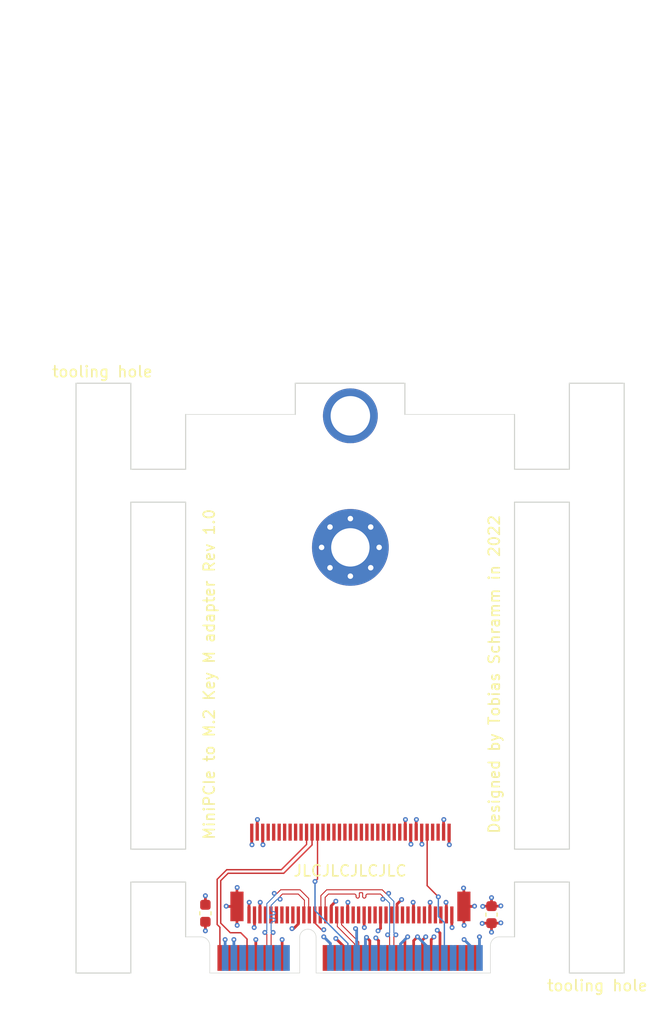
<source format=kicad_pcb>
(kicad_pcb (version 20211014) (generator pcbnew)
  (layers (0 "F.Cu" signal) (1 "In1.Cu" signal) (2 "In2.Cu" signal) (31 "B.Cu" signal) (34 "B.Paste" user) (35 "F.Paste" user) (36 "B.SilkS" user "B.Silkscreen") (37 "F.SilkS" user "F.Silkscreen") (38 "B.Mask" user) (39 "F.Mask" user) (44 "Edge.Cuts" user))
  (net 0 "")
  (net 1 "GND")
  (net 3 "/RX-")
  (net 4 "/RX+")
  (net 5 "/TX-")
  (net 6 "/TX+")
  (net 7 "+3V3")
  (net 12 "/CLK+")
  (net 13 "/CLK-")
  (net 14 "/~{REQ}")
  (net 17 "/~{WAKE}")
  (net 20 "/~{RST}")
  (net 27 "/~{LED}")
  (footprint "Perforation:Perforation_0.4mm" (layer "F.Cu") (at 48.85 70.55)
    (fp_text reference "H6" hide)
    (fp_text value "Perforation" hide)
    (pad "" np_thru_hole circle locked (at 0 0) (size 0.4 0.4) (drill 0.4) (layers *.Cu *.Mask))
  )
  (footprint "Perforation:Perforation_0.4mm" (layer "F.Cu") (at 48.85 71.25)
    (fp_text reference "H7" hide)
    (fp_text value "Perforation" hide)
    (pad "" np_thru_hole circle locked (at 0 0) (size 0.4 0.4) (drill 0.4) (layers *.Cu *.Mask))
  )
  (footprint "Perforation:Perforation_0.4mm" (layer "F.Cu") (at 78.85 36.6)
    (fp_text reference "H19" hide)
    (fp_text value "Perforation" hide)
    (pad "" np_thru_hole circle locked (at 0 0) (size 0.4 0.4) (drill 0.4) (layers *.Cu *.Mask))
  )
  (footprint "mpcie:mini-PCIe_F1_Full" (layer "F.Cu") (at 60 80)
    (fp_text reference "J1" hide)
    (fp_text value "miniPCIe")
    (fp_line (start -8.95 0) (end -8.95 -2.5) (layer "Edge.Cuts") (width 0.05))
    (fp_line (start 8.85 -50.95) (end 18.85 -50.95) (layer "Edge.Cuts") (width 0.05))
    (fp_line (start -11.15 -3.3) (end -9.75 -3.3) (layer "Edge.Cuts") (width 0.05))
    (fp_line (start 0.75 0) (end 0.75 -3.25) (layer "Edge.Cuts") (width 0.05))
    (fp_line (start 0.75 0) (end 16.65 0) (layer "Edge.Cuts") (width 0.05))
    (fp_line (start -11.15 -50.95) (end -1.15 -50.95) (layer "Edge.Cuts") (width 0.05))
    (fp_line (start 17.45 -3.3) (end 18.85 -3.3) (layer "Edge.Cuts") (width 0.05))
    (fp_line (start 16.65 0) (end 16.65 -2.5) (layer "Edge.Cuts") (width 0.05))
    (fp_line (start -0.75 0) (end -8.95 0) (layer "Edge.Cuts") (width 0.05))
    (fp_line (start -0.75 0) (end -0.75 -3.25) (layer "Edge.Cuts") (width 0.05))
    (fp_arc (start -0.75 -3.25) (mid 0 -4) (end 0.75 -3.25) (layer "Edge.Cuts") (width 0.05))
    (fp_arc (start -9.75 -3.3) (mid -9.184315 -3.065685) (end -8.95 -2.5) (layer "Edge.Cuts") (width 0.05))
    (fp_arc (start 16.65 -2.5) (mid 16.884315 -3.065685) (end 17.45 -3.3) (layer "Edge.Cuts") (width 0.05))
    (pad "" np_thru_hole circle (at 15.95 -48.05) (size 2.6 2.6) (drill 2.6) (layers *.Cu))
    (pad "" np_thru_hole circle (at -8.25 -48.05) (size 2.6 2.6) (drill 2.6) (layers *.Cu))
    (pad "1" smd rect (at -7.95 -1.375) (size 0.6 2.35) (layers "F.Cu" "F.Mask") (net 17 "/~{WAKE}"))
    (pad "2" smd rect (at -7.55 -1.375) (size 0.6 2.35) (layers "B.Cu" "B.Mask") (net 7 "+3V3"))
    (pad "3" smd rect (at -7.15 -1.375) (size 0.6 2.35) (layers "F.Cu" "F.Mask"))
    (pad "4" smd rect (at -6.75 -1.375) (size 0.6 2.35) (layers "B.Cu" "B.Mask") (net 1 "GND"))
    (pad "5" smd rect (at -6.35 -1.375) (size 0.6 2.35) (layers "F.Cu" "F.Mask"))
    (pad "6" smd rect (at -5.95 -1.375) (size 0.6 2.35) (layers "B.Cu" "B.Mask"))
    (pad "7" smd rect (at -5.55 -1.375) (size 0.6 2.35) (layers "F.Cu" "F.Mask") (net 14 "/~{REQ}"))
    (pad "8" smd rect (at -5.15 -1.375) (size 0.6 2.35) (layers "B.Cu" "B.Mask"))
    (pad "9" smd rect (at -4.75 -1.375) (size 0.6 2.35) (layers "F.Cu" "F.Mask") (net 1 "GND"))
    (pad "10" smd rect (at -4.35 -1.375) (size 0.6 2.35) (layers "B.Cu" "B.Mask"))
    (pad "11" smd rect (at -3.95 -1.375) (size 0.6 2.35) (layers "F.Cu" "F.Mask") (net 13 "/CLK-"))
    (pad "12" smd rect (at -3.55 -1.375) (size 0.6 2.35) (layers "B.Cu" "B.Mask"))
    (pad "13" smd rect (at -3.15 -1.375) (size 0.6 2.35) (layers "F.Cu" "F.Mask") (net 12 "/CLK+"))
    (pad "14" smd rect (at -2.75 -1.375) (size 0.6 2.35) (layers "B.Cu" "B.Mask"))
    (pad "15" smd rect (at -2.35 -1.375) (size 0.6 2.35) (layers "F.Cu" "F.Mask") (net 1 "GND"))
    (pad "16" smd rect (at -1.95 -1.375) (size 0.6 2.35) (layers "B.Cu" "B.Mask"))
    (pad "17" smd rect (at 1.65 -1.375) (size 0.6 2.35) (layers "F.Cu" "F.Mask"))
    (pad "18" smd rect (at 2.05 -1.375) (size 0.6 2.35) (layers "B.Cu" "B.Mask") (net 1 "GND"))
    (pad "19" smd rect (at 2.45 -1.375) (size 0.6 2.35) (layers "F.Cu" "F.Mask"))
    (pad "20" smd rect (at 2.85 -1.375) (size 0.6 2.35) (layers "B.Cu" "B.Mask"))
    (pad "21" smd rect (at 3.25 -1.375) (size 0.6 2.35) (layers "F.Cu" "F.Mask") (net 1 "GND"))
    (pad "22" smd rect (at 3.65 -1.375) (size 0.6 2.35) (layers "B.Cu" "B.Mask") (net 20 "/~{RST}"))
    (pad "23" smd rect (at 4.05 -1.375) (size 0.6 2.35) (layers "F.Cu" "F.Mask") (net 3 "/RX-"))
    (pad "24" smd rect (at 4.45 -1.375) (size 0.6 2.35) (layers "B.Cu" "B.Mask") (net 7 "+3V3"))
    (pad "25" smd rect (at 4.85 -1.375) (size 0.6 2.35) (layers "F.Cu" "F.Mask") (net 4 "/RX+"))
    (pad "26" smd rect (at 5.25 -1.375) (size 0.6 2.35) (layers "B.Cu" "B.Mask") (net 1 "GND"))
    (pad "27" smd rect (at 5.65 -1.375) (size 0.6 2.35) (layers "F.Cu" "F.Mask") (net 1 "GND"))
    (pad "28" smd rect (at 6.05 -1.375) (size 0.6 2.35) (layers "B.Cu" "B.Mask"))
    (pad "29" smd rect (at 6.45 -1.375) (size 0.6 2.35) (layers "F.Cu" "F.Mask") (net 1 "GND"))
    (pad "30" smd rect (at 6.85 -1.375) (size 0.6 2.35) (layers "B.Cu" "B.Mask"))
    (pad "31" smd rect (at 7.25 -1.375) (size 0.6 2.35) (layers "F.Cu" "F.Mask") (net 5 "/TX-"))
    (pad "32" smd rect (at 7.65 -1.375) (size 0.6 2.35) (layers "B.Cu" "B.Mask"))
    (pad "33" smd rect (at 8.05 -1.375) (size 0.6 2.35) (layers "F.Cu" "F.Mask") (net 6 "/TX+"))
    (pad "34" smd rect (at 8.45 -1.375) (size 0.6 2.35) (layers "B.Cu" "B.Mask") (net 1 "GND"))
    (pad "35" smd rect (at 8.85 -1.375) (size 0.6 2.35) (layers "F.Cu" "F.Mask") (net 1 "GND"))
    (pad "36" smd rect (at 9.25 -1.375) (size 0.6 2.35) (layers "B.Cu" "B.Mask"))
    (pad "37" smd rect (at 9.65 -1.375) (size 0.6 2.35) (layers "F.Cu" "F.Mask") (net 1 "GND"))
    (pad "38" smd rect (at 10.05 -1.375) (size 0.6 2.35) (layers "B.Cu" "B.Mask"))
    (pad "39" smd rect (at 10.45 -1.375) (size 0.6 2.35) (layers "F.Cu" "F.Mask") (net 7 "+3V3"))
    (pad "40" smd rect (at 10.85 -1.375) (size 0.6 2.35) (layers "B.Cu" "B.Mask") (net 1 "GND"))
    (pad "41" smd rect (at 11.25 -1.375) (size 0.6 2.35) (layers "F.Cu" "F.Mask") (net 7 "+3V3"))
    (pad "42" smd rect (at 11.65 -1.375) (size 0.6 2.35) (layers "B.Cu" "B.Mask"))
    (pad "43" smd rect (at 12.05 -1.375) (size 0.6 2.35) (layers "F.Cu" "F.Mask") (net 1 "GND"))
    (pad "44" smd rect (at 12.45 -1.375) (size 0.6 2.35) (layers "B.Cu" "B.Mask") (net 27 "/~{LED}"))
    (pad "45" smd rect (at 12.85 -1.375) (size 0.6 2.35) (layers "F.Cu" "F.Mask"))
    (pad "46" smd rect (at 13.25 -1.375) (size 0.6 2.35) (layers "B.Cu" "B.Mask"))
    (pad "47" smd rect (at 13.65 -1.375) (size 0.6 2.35) (layers "F.Cu" "F.Mask"))
    (pad "48" smd rect (at 14.05 -1.375) (size 0.6 2.35) (layers "B.Cu" "B.Mask"))
    (pad "49" smd rect (at 14.45 -1.375) (size 0.6 2.35) (layers "F.Cu" "F.Mask"))
    (pad "50" smd rect (at 14.85 -1.375) (size 0.6 2.35) (layers "B.Cu" "B.Mask") (net 1 "GND"))
    (pad "51" smd rect (at 15.25 -1.375) (size 0.6 2.35) (layers "F.Cu" "F.Mask"))
    (pad "52" smd rect (at 15.65 -1.375) (size 0.6 2.35) (layers "B.Cu" "B.Mask") (net 7 "+3V3"))
  )
  (footprint "Perforation:Perforation_0.4mm" (layer "F.Cu") (at 78.85 71.25)
    (fp_text reference "H11" hide)
    (fp_text value "Perforation" hide)
    (pad "" np_thru_hole circle locked (at 0 0) (size 0.4 0.4) (drill 0.4) (layers *.Cu *.Mask))
  )
  (footprint "amphenol-m.2:MDTXXXXXX001" (layer "F.Cu") (at 63.88 69.425 180)
    (fp_text reference "J2" hide)
    (fp_text value "Bus_M.2_Socket_M")
    (pad "" np_thru_hole circle locked (at 10 0 180) (size 1.6 1.6) (drill 1.6) (layers *.Cu *.Mask))
    (pad "" np_thru_hole circle locked (at -10 0 180) (size 1.1 1.1) (drill 1.1) (layers *.Cu *.Mask))
    (pad "1" smd rect locked (at -9.25 -5.275 180) (size 0.3 1.55) (layers "F.Cu" "F.Paste" "F.Mask") (net 1 "GND"))
    (pad "2" smd rect locked (at -9 2.275 180) (size 0.3 1.55) (layers "F.Cu" "F.Paste" "F.Mask") (net 7 "+3V3"))
    (pad "3" smd rect locked (at -8.75 -5.275 180) (size 0.3 1.55) (layers "F.Cu" "F.Paste" "F.Mask") (net 1 "GND"))
    (pad "4" smd rect locked (at -8.5 2.275 180) (size 0.3 1.55) (layers "F.Cu" "F.Paste" "F.Mask") (net 7 "+3V3"))
    (pad "5" smd rect locked (at -8.25 -5.275 180) (size 0.3 1.55) (layers "F.Cu" "F.Paste" "F.Mask"))
    (pad "6" smd rect locked (at -8 2.275 180) (size 0.3 1.55) (layers "F.Cu" "F.Paste" "F.Mask"))
    (pad "7" smd rect locked (at -7.75 -5.275 180) (size 0.3 1.55) (layers "F.Cu" "F.Paste" "F.Mask"))
    (pad "8" smd rect locked (at -7.5 2.275 180) (size 0.3 1.55) (layers "F.Cu" "F.Paste" "F.Mask"))
    (pad "9" smd rect locked (at -7.25 -5.275 180) (size 0.3 1.55) (layers "F.Cu" "F.Paste" "F.Mask") (net 1 "GND"))
    (pad "10" smd rect locked (at -7 2.275 180) (size 0.3 1.55) (layers "F.Cu" "F.Paste" "F.Mask") (net 27 "/~{LED}"))
    (pad "11" smd rect locked (at -6.75 -5.275 180) (size 0.3 1.55) (layers "F.Cu" "F.Paste" "F.Mask"))
    (pad "12" smd rect locked (at -6.5 2.275 180) (size 0.3 1.55) (layers "F.Cu" "F.Paste" "F.Mask") (net 7 "+3V3"))
    (pad "13" smd rect locked (at -6.25 -5.275 180) (size 0.3 1.55) (layers "F.Cu" "F.Paste" "F.Mask"))
    (pad "14" smd rect locked (at -6 2.275 180) (size 0.3 1.55) (layers "F.Cu" "F.Paste" "F.Mask") (net 7 "+3V3"))
    (pad "15" smd rect locked (at -5.75 -5.275 180) (size 0.3 1.55) (layers "F.Cu" "F.Paste" "F.Mask") (net 1 "GND"))
    (pad "16" smd rect locked (at -5.5 2.275 180) (size 0.3 1.55) (layers "F.Cu" "F.Paste" "F.Mask") (net 7 "+3V3"))
    (pad "17" smd rect locked (at -5.25 -5.275 180) (size 0.3 1.55) (layers "F.Cu" "F.Paste" "F.Mask"))
    (pad "18" smd rect locked (at -5 2.275 180) (size 0.3 1.55) (layers "F.Cu" "F.Paste" "F.Mask") (net 7 "+3V3"))
    (pad "19" smd rect locked (at -4.75 -5.275 180) (size 0.3 1.55) (layers "F.Cu" "F.Paste" "F.Mask"))
    (pad "20" smd rect locked (at -4.5 2.275 180) (size 0.3 1.55) (layers "F.Cu" "F.Paste" "F.Mask"))
    (pad "21" smd rect locked (at -4.25 -5.275 180) (size 0.3 1.55) (layers "F.Cu" "F.Paste" "F.Mask") (net 1 "GND"))
    (pad "22" smd rect locked (at -4 2.275 180) (size 0.3 1.55) (layers "F.Cu" "F.Paste" "F.Mask"))
    (pad "23" smd rect locked (at -3.75 -5.275 180) (size 0.3 1.55) (layers "F.Cu" "F.Paste" "F.Mask"))
    (pad "24" smd rect locked (at -3.5 2.275 180) (size 0.3 1.55) (layers "F.Cu" "F.Paste" "F.Mask"))
    (pad "25" smd rect locked (at -3.25 -5.275 180) (size 0.3 1.55) (layers "F.Cu" "F.Paste" "F.Mask"))
    (pad "26" smd rect locked (at -3 2.275 180) (size 0.3 1.55) (layers "F.Cu" "F.Paste" "F.Mask"))
    (pad "27" smd rect locked (at -2.75 -5.275 180) (size 0.3 1.55) (layers "F.Cu" "F.Paste" "F.Mask") (net 1 "GND"))
    (pad "28" smd rect locked (at -2.5 2.275 180) (size 0.3 1.55) (layers "F.Cu" "F.Paste" "F.Mask"))
    (pad "29" smd rect locked (at -2.25 -5.275 180) (size 0.3 1.55) (layers "F.Cu" "F.Paste" "F.Mask"))
    (pad "30" smd rect locked (at -2 2.275 180) (size 0.3 1.55) (layers "F.Cu" "F.Paste" "F.Mask"))
    (pad "31" smd rect locked (at -1.75 -5.275 180) (size 0.3 1.55) (layers "F.Cu" "F.Paste" "F.Mask"))
    (pad "32" smd rect locked (at -1.5 2.275 180) (size 0.3 1.55) (layers "F.Cu" "F.Paste" "F.Mask"))
    (pad "33" smd rect locked (at -1.25 -5.275 180) (size 0.3 1.55) (layers "F.Cu" "F.Paste" "F.Mask") (net 1 "GND"))
    (pad "34" smd rect locked (at -1 2.275 180) (size 0.3 1.55) (layers "F.Cu" "F.Paste" "F.Mask"))
    (pad "35" smd rect locked (at -0.75 -5.275 180) (size 0.3 1.55) (layers "F.Cu" "F.Paste" "F.Mask"))
    (pad "36" smd rect locked (at -0.5 2.275 180) (size 0.3 1.55) (layers "F.Cu" "F.Paste" "F.Mask"))
    (pad "37" smd rect locked (at -0.25 -5.275 180) (size 0.3 1.55) (layers "F.Cu" "F.Paste" "F.Mask"))
    (pad "38" smd rect locked (at 0 2.275 180) (size 0.3 1.55) (layers "F.Cu" "F.Paste" "F.Mask"))
    (pad "39" smd rect locked (at 0.25 -5.275 180) (size 0.3 1.55) (layers "F.Cu" "F.Paste" "F.Mask") (net 1 "GND"))
    (pad "40" smd rect locked (at 0.5 2.275 180) (size 0.3 1.55) (layers "F.Cu" "F.Paste" "F.Mask"))
    (pad "41" smd rect locked (at 0.75 -5.275 180) (size 0.3 1.55) (layers "F.Cu" "F.Paste" "F.Mask") (net 4 "/RX+"))
    (pad "42" smd rect locked (at 1 2.275 180) (size 0.3 1.55) (layers "F.Cu" "F.Paste" "F.Mask"))
    (pad "43" smd rect locked (at 1.25 -5.275 180) (size 0.3 1.55) (layers "F.Cu" "F.Paste" "F.Mask") (net 3 "/RX-"))
    (pad "44" smd rect locked (at 1.5 2.275 180) (size 0.3 1.55) (layers "F.Cu" "F.Paste" "F.Mask"))
    (pad "45" smd rect locked (at 1.75 -5.275 180) (size 0.3 1.55) (layers "F.Cu" "F.Paste" "F.Mask") (net 1 "GND"))
    (pad "46" smd rect locked (at 2 2.275 180) (size 0.3 1.55) (layers "F.Cu" "F.Paste" "F.Mask"))
    (pad "47" smd rect locked (at 2.25 -5.275 180) (size 0.3 1.55) (layers "F.Cu" "F.Paste" "F.Mask") (net 5 "/TX-"))
    (pad "48" smd rect locked (at 2.5 2.275 180) (size 0.3 1.55) (layers "F.Cu" "F.Paste" "F.Mask"))
    (pad "49" smd rect locked (at 2.75 -5.275 180) (size 0.3 1.55) (layers "F.Cu" "F.Paste" "F.Mask") (net 6 "/TX+"))
    (pad "50" smd rect locked (at 3 2.275 180) (size 0.3 1.55) (layers "F.Cu" "F.Paste" "F.Mask") (net 20 "/~{RST}"))
    (pad "51" smd rect locked (at 3.25 -5.275 180) (size 0.3 1.55) (layers "F.Cu" "F.Paste" "F.Mask") (net 1 "GND"))
    (pad "52" smd rect locked (at 3.5 2.275 180) (size 0.3 1.55) (layers "F.Cu" "F.Paste" "F.Mask") (net 14 "/~{REQ}"))
    (pad "53" smd rect locked (at 3.75 -5.275 180) (size 0.3 1.55) (layers "F.Cu" "F.Paste" "F.Mask") (net 13 "/CLK-"))
    (pad "54" smd rect locked (at 4 2.275 180) (size 0.3 1.55) (layers "F.Cu" "F.Paste" "F.Mask") (net 17 "/~{WAKE}"))
    (pad "55" smd rect locked (at 4.25 -5.275 180) (size 0.3 1.55) (layers "F.Cu" "F.Paste" "F.Mask") (net 12 "/CLK+"))
    (pad "56" smd rect locked (at 4.5 2.275 180) (size 0.3 1.55) (layers "F.Cu" "F.Paste" "F.Mask"))
    (pad "57" smd rect locked (at 4.75 -5.275 180) (size 0.3 1.55) (layers "F.Cu" "F.Paste" "F.Mask") (net 1 "GND"))
    (pad "58" smd rect locked (at 5 2.275 180) (size 0.3 1.55) (layers "F.Cu" "F.Paste" "F.Mask"))
    (pad "59" smd rect locked (at 5.25 -5.275 180) (size 0.3 1.55) (layers "F.Cu" "F.Paste" "F.Mask"))
    (pad "60" smd rect locked (at 5.5 2.275 180) (size 0.3 1.55) (layers "F.Cu" "F.Paste" "F.Mask"))
    (pad "61" smd rect locked (at 5.75 -5.275 180) (size 0.3 1.55) (layers "F.Cu" "F.Paste" "F.Mask"))
    (pad "62" smd rect locked (at 6 2.275 180) (size 0.3 1.55) (layers "F.Cu" "F.Paste" "F.Mask"))
    (pad "63" smd rect locked (at 6.25 -5.275 180) (size 0.3 1.55) (layers "F.Cu" "F.Paste" "F.Mask"))
    (pad "64" smd rect locked (at 6.5 2.275 180) (size 0.3 1.55) (layers "F.Cu" "F.Paste" "F.Mask"))
    (pad "65" smd rect locked (at 6.75 -5.275 180) (size 0.3 1.55) (layers "F.Cu" "F.Paste" "F.Mask"))
    (pad "66" smd rect locked (at 7 2.275 180) (size 0.3 1.55) (layers "F.Cu" "F.Paste" "F.Mask"))
    (pad "67" smd rect locked (at 7.25 -5.275 180) (size 0.3 1.55) (layers "F.Cu" "F.Paste" "F.Mask"))
    (pad "68" smd rect locked (at 7.5 2.275 180) (size 0.3 1.55) (layers "F.Cu" "F.Paste" "F.Mask"))
    (pad "69" smd rect locked (at 7.75 -5.275 180) (size 0.3 1.55) (layers "F.Cu" "F.Paste" "F.Mask"))
    (pad "70" smd rect locked (at 8 2.275 180) (size 0.3 1.55) (layers "F.Cu" "F.Paste" "F.Mask") (net 7 "+3V3"))
    (pad "71" smd rect locked (at 8.25 -5.275 180) (size 0.3 1.55) (layers "F.Cu" "F.Paste" "F.Mask") (net 1 "GND"))
    (pad "72" smd rect locked (at 8.5 2.275 180) (size 0.3 1.55) (layers "F.Cu" "F.Paste" "F.Mask") (net 7 "+3V3"))
    (pad "73" smd rect locked (at 8.75 -5.275 180) (size 0.3 1.55) (layers "F.Cu" "F.Paste" "F.Mask") (net 1 "GND"))
    (pad "74" smd rect locked (at 9 2.275 180) (size 0.3 1.55) (layers "F.Cu" "F.Paste" "F.Mask") (net 7 "+3V3"))
    (pad "75" smd rect locked (at 9.25 -5.275 180) (size 0.3 1.55) (layers "F.Cu" "F.Paste" "F.Mask") (net 1 "GND"))
    (pad "MP" smd rect locked (at 10.35 -4.5 180) (size 1.2 2.7) (layers "F.Cu" "F.Paste" "F.Mask") (net 1 "GND"))
    (pad "MP" smd rect locked (at -10.35 -4.5 180) (size 1.2 2.7) (layers "F.Cu" "F.Paste" "F.Mask") (net 1 "GND"))
  )
  (footprint "Perforation:Perforation_0.4mm" (layer "F.Cu") (at 78.85 35.9)
    (fp_text reference "H16" hide)
    (fp_text value "Perforation" hide)
    (pad "" np_thru_hole circle locked (at 0 0) (size 0.4 0.4) (drill 0.4) (layers *.Cu *.Mask))
  )
  (footprint "Perforation:Perforation_0.4mm" (layer "F.Cu") (at 48.85 35.9)
    (fp_text reference "H14" hide)
    (fp_text value "Perforation" hide)
    (pad "" np_thru_hole circle locked (at 0 0) (size 0.4 0.4) (drill 0.4) (layers *.Cu *.Mask))
  )
  (footprint "Perforation:Perforation_0.4mm" (layer "F.Cu") (at 78.85 69.85)
    (fp_text reference "H18" hide)
    (fp_text value "Perforation" hide)
    (pad "" np_thru_hole circle locked (at 0 0) (size 0.4 0.4) (drill 0.4) (layers *.Cu *.Mask))
  )
  (footprint "Capacitor_SMD:C_0603_1608Metric" (layer "F.Cu") (at 76.75 74.675 90)
    (fp_text reference "C2" hide)
    (fp_text value "22uF")
    (fp_line (start -0.14058 0.51) (end 0.14058 0.51) (layer "F.SilkS") (width 0.12))
    (fp_line (start -0.14058 -0.51) (end 0.14058 -0.51) (layer "F.SilkS") (width 0.12))
    (pad "1" smd roundrect (at -0.775 0 90) (size 0.9 0.95) (layers "F.Cu" "F.Paste" "F.Mask") (net 7 "+3V3"))
    (pad "2" smd roundrect (at 0.775 0 90) (size 0.9 0.95) (layers "F.Cu" "F.Paste" "F.Mask") (net 1 "GND"))
  )
  (footprint "MountingHole_small:MountingHole_3.6mm_small" (layer "F.Cu") (at 63.875 29.175)
    (fp_text reference "H1" hide)
    (fp_text value "MountingHole_Pad")
    (pad "1" thru_hole circle (at 0 0) (size 5 5) (drill 3.6) (layers *.Cu *.Mask) (net 1 "GND"))
  )
  (footprint "Perforation:Perforation_0.4mm" (layer "F.Cu") (at 48.85 34.5)
    (fp_text reference "H17" hide)
    (fp_text value "Perforation" hide)
    (pad "" np_thru_hole circle locked (at 0 0) (size 0.4 0.4) (drill 0.4) (layers *.Cu *.Mask))
  )
  (footprint "Capacitor_SMD:C_0603_1608Metric" (layer "F.Cu") (at 50.65 74.55 90)
    (fp_text reference "C1" hide)
    (fp_text value "22uF")
    (fp_line (start -0.14058 0.51) (end 0.14058 0.51) (layer "F.SilkS") (width 0.12))
    (fp_line (start -0.14058 -0.51) (end 0.14058 -0.51) (layer "F.SilkS") (width 0.12))
    (pad "1" smd roundrect (at -0.775 0 90) (size 0.9 0.95) (layers "F.Cu" "F.Paste" "F.Mask") (net 7 "+3V3"))
    (pad "2" smd roundrect (at 0.775 0 90) (size 0.9 0.95) (layers "F.Cu" "F.Paste" "F.Mask") (net 1 "GND"))
  )
  (footprint "ToolingHole:ToolingHole_JLCSMT" (layer "F.Cu") (at 86.4 77.75)
    (fp_text reference "H3" hide)
    (fp_text value "MountingHole")
    (fp_text user "tooling hole" (at 0 3.399084) (layer "F.SilkS"))
    (pad "" np_thru_hole circle locked (at 0 0) (size 1.152 1.152) (drill 1.152) (layers *.Cu *.Mask))
  )
  (footprint "ToolingHole:ToolingHole_JLCSMT" (layer "F.Cu") (at 41.25 28.35)
    (fp_text reference "H2" hide)
    (fp_text value "MountingHole")
    (fp_text user "tooling hole" (at 0 -3.2) (layer "F.SilkS"))
    (pad "" np_thru_hole circle locked (at 0 0) (size 1.152 1.152) (drill 1.152) (layers *.Cu *.Mask))
  )
  (footprint "Perforation:Perforation_0.4mm" (layer "F.Cu") (at 78.85 34.5)
    (fp_text reference "H15" hide)
    (fp_text value "Perforation" hide)
    (pad "" np_thru_hole circle locked (at 0 0) (size 0.4 0.4) (drill 0.4) (layers *.Cu *.Mask))
  )
  (footprint "Perforation:Perforation_0.4mm" (layer "F.Cu") (at 78.85 70.55)
    (fp_text reference "H5" hide)
    (fp_text value "Perforation" hide)
    (pad "" np_thru_hole circle locked (at 0 0) (size 0.4 0.4) (drill 0.4) (layers *.Cu *.Mask))
  )
  (footprint "Perforation:Perforation_0.4mm" (layer "F.Cu") (at 78.85 35.2)
    (fp_text reference "H8" hide)
    (fp_text value "Perforation" hide)
    (pad "" np_thru_hole circle locked (at 0 0) (size 0.4 0.4) (drill 0.4) (layers *.Cu *.Mask))
  )
  (footprint "Perforation:Perforation_0.4mm" (layer "F.Cu") (at 78.85 69.15)
    (fp_text reference "H10" hide)
    (fp_text value "Perforation" hide)
    (pad "" np_thru_hole circle locked (at 0 0) (size 0.4 0.4) (drill 0.4) (layers *.Cu *.Mask))
  )
  (footprint "Perforation:Perforation_0.4mm" (layer "F.Cu") (at 48.85 69.15)
    (fp_text reference "H20" hide)
    (fp_text value "Perforation" hide)
    (pad "" np_thru_hole circle locked (at 0 0) (size 0.4 0.4) (drill 0.4) (layers *.Cu *.Mask))
  )
  (footprint "Perforation:Perforation_0.4mm" (layer "F.Cu") (at 48.85 36.6)
    (fp_text reference "H9" hide)
    (fp_text value "Perforation" hide)
    (pad "" np_thru_hole circle locked (at 0 0) (size 0.4 0.4) (drill 0.4) (layers *.Cu *.Mask))
  )
  (footprint "MountingHole:MountingHole_3.5mm_Pad_Via" (layer "F.Cu") (at 63.875 41.175)
    (fp_text reference "H4" hide)
    (fp_text value "MountingHole_Pad")
    (pad "1" thru_hole circle (at 2.625 0) (size 0.8 0.8) (drill 0.5) (layers *.Cu *.Mask) (net 1 "GND"))
    (pad "1" thru_hole circle (at 0 -2.625) (size 0.8 0.8) (drill 0.5) (layers *.Cu *.Mask) (net 1 "GND"))
    (pad "1" thru_hole circle (at -1.856155 1.856155) (size 0.8 0.8) (drill 0.5) (layers *.Cu *.Mask) (net 1 "GND"))
    (pad "1" thru_hole circle (at 1.856155 -1.856155) (size 0.8 0.8) (drill 0.5) (layers *.Cu *.Mask) (net 1 "GND"))
    (pad "1" thru_hole circle (at -1.856155 -1.856155) (size 0.8 0.8) (drill 0.5) (layers *.Cu *.Mask) (net 1 "GND"))
    (pad "1" thru_hole circle (at -2.625 0) (size 0.8 0.8) (drill 0.5) (layers *.Cu *.Mask) (net 1 "GND"))
    (pad "1" thru_hole circle (at 1.856155 1.856155) (size 0.8 0.8) (drill 0.5) (layers *.Cu *.Mask) (net 1 "GND"))
    (pad "1" thru_hole circle (at 0 0) (size 7 7) (drill 3.5) (layers *.Cu *.Mask) (net 1 "GND"))
    (pad "1" thru_hole circle (at 0 2.625) (size 0.8 0.8) (drill 0.5) (layers *.Cu *.Mask) (net 1 "GND"))
  )
  (footprint "Perforation:Perforation_0.4mm" (layer "F.Cu") (at 48.85 35.2)
    (fp_text reference "H13" hide)
    (fp_text value "Perforation" hide)
    (pad "" np_thru_hole circle locked (at 0 0) (size 0.4 0.4) (drill 0.4) (layers *.Cu *.Mask))
  )
  (footprint "Perforation:Perforation_0.4mm" (layer "F.Cu") (at 48.85 69.85)
    (fp_text reference "H12" hide)
    (fp_text value "Perforation" hide)
    (pad "" np_thru_hole circle locked (at 0 0) (size 0.4 0.4) (drill 0.4) (layers *.Cu *.Mask))
  )
  (gr_line (start 43.85 26.2) (end 38.85 26.2) (layer "Edge.Cuts") (width 0.1))
  (gr_line (start 78.85 76.7) (end 78.85 71.7) (layer "Edge.Cuts") (width 0.1))
  (gr_line (start 43.85 34.05) (end 43.85 26.2) (layer "Edge.Cuts") (width 0.1))
  (gr_line (start 78.85 71.7) (end 83.85 71.7) (layer "Edge.Cuts") (width 0.1))
  (gr_line (start 78.85 68.700001) (end 78.85 37.05) (layer "Edge.Cuts") (width 0.1))
  (gr_line (start 43.85 80) (end 38.85 80) (layer "Edge.Cuts") (width 0.1))
  (gr_line (start 48.85 34.05) (end 48.85 29.05) (layer "Edge.Cuts") (width 0.1))
  (gr_line (start 78.85 68.700001) (end 83.85 68.700001) (layer "Edge.Cuts") (width 0.1))
  (gr_line (start 48.85 71.7) (end 48.85 76.7) (layer "Edge.Cuts") (width 0.1))
  (gr_line (start 38.85 80) (end 38.85 26.2) (layer "Edge.Cuts") (width 0.1))
  (gr_line (start 78.85 37.05) (end 83.85 37.05) (layer "Edge.Cuts") (width 0.1))
  (gr_line (start 48.85 37.05) (end 43.85 37.05) (layer "Edge.Cuts") (width 0.1))
  (gr_line (start 83.85 68.700001) (end 83.85 37.05) (layer "Edge.Cuts") (width 0.1))
  (gr_line (start 78.85 34.05) (end 78.85 29.05) (layer "Edge.Cuts") (width 0.1))
  (gr_line (start 48.85 34.05) (end 43.85 34.05) (layer "Edge.Cuts") (width 0.1))
  (gr_line (start 43.85 37.05) (end 43.85 68.7) (layer "Edge.Cuts") (width 0.1))
  (gr_line (start 83.85 26.2) (end 88.85 26.200001) (layer "Edge.Cuts") (width 0.1))
  (gr_line (start 68.85 29.05) (end 68.85 26.199902) (layer "Edge.Cuts") (width 0.1))
  (gr_line (start 48.85 37.05) (end 48.85 68.7) (layer "Edge.Cuts") (width 0.1))
  (gr_line (start 78.85 34.05) (end 83.85 34.05) (layer "Edge.Cuts") (width 0.1))
  (gr_line (start 88.85 26.200001) (end 88.85 80) (layer "Edge.Cuts") (width 0.1))
  (gr_line (start 43.85 71.7) (end 43.85 80) (layer "Edge.Cuts") (width 0.1))
  (gr_line (start 83.85 80) (end 88.85 80) (layer "Edge.Cuts") (width 0.1))
  (gr_line (start 68.85 26.199902) (end 58.85 26.199902) (layer "Edge.Cuts") (width 0.1))
  (gr_line (start 58.85 29.05) (end 58.85 26.199902) (layer "Edge.Cuts") (width 0.1))
  (gr_line (start 83.85 34.05) (end 83.85 26.2) (layer "Edge.Cuts") (width 0.1))
  (gr_line (start 48.85 71.7) (end 43.85 71.7) (layer "Edge.Cuts") (width 0.1))
  (gr_line (start 48.85 68.7) (end 43.85 68.7) (layer "Edge.Cuts") (width 0.1))
  (gr_line (start 83.85 71.7) (end 83.85 80) (layer "Edge.Cuts") (width 0.1))
  (gr_text "Designed by Tobias Schramm in 2022" (at 77 52.75 90) (layer "F.SilkS") (effects (font (size 1 1))))
  (gr_text "JLCJLCJLCJLC" (at 63.85 70.678923) (layer "F.SilkS") (effects (font (size 1 1))))
  (gr_text "MiniPCIe to M.2 Key M adapter Rev 1.0" (at 51 52.75 90) (layer "F.SilkS") (effects (font (size 1 1))))
  (segment (start 76.75 73.9) (end 75.975 73.9) (width 0.25) (layer "F.Cu") (net 1))
  (segment (start 54.63 74.7) (end 54.63 73.57) (width 0.25) (layer "F.Cu") (net 1))
  (segment (start 65.65 78.625) (end 65.65 77.05) (width 0.25) (layer "F.Cu") (net 1))
  (segment (start 76.75 73.9) (end 77.575 73.9) (width 0.25) (layer "F.Cu") (net 1))
  (segment (start 71.13 74.7) (end 71.13 73.57) (width 0.25) (layer "F.Cu") (net 1))
  (segment (start 68.13 73.72) (end 68.55 73.3) (width 0.25) (layer "F.Cu") (net 1))
  (segment (start 55.25 78.625) (end 55.25 76.95) (width 0.25) (layer "F.Cu") (net 1))
  (segment (start 69.65 77.05) (end 70 76.7) (width 0.25) (layer "F.Cu") (net 1))
  (segment (start 53.53 75.63) (end 53.55 75.65) (width 0.25) (layer "F.Cu") (net 1))
  (segment (start 53.53 73.925) (end 53.53 75.63) (width 0.25) (layer "F.Cu") (net 1))
  (segment (start 72.05 78.625) (end 72.05 76.35) (width 0.25) (layer "F.Cu") (net 1))
  (segment (start 66.45 77.05) (end 66.2 76.8) (width 0.25) (layer "F.Cu") (net 1))
  (segment (start 69.65 78.625) (end 69.65 77.05) (width 0.25) (layer "F.Cu") (net 1))
  (segment (start 55.63 74.7) (end 55.63 73.57) (width 0.25) (layer "F.Cu") (net 1))
  (segment (start 74.23 73.925) (end 74.23 75.63) (width 0.25) (layer "F.Cu") (net 1))
  (segment (start 53.53 72.22) (end 53.55 72.2) (width 0.25) (layer "F.Cu") (net 1))
  (segment (start 73.13 74.7) (end 73.13 75.83) (width 0.25) (layer "F.Cu") (net 1))
  (segment (start 65.13 75.83) (end 65.15 75.85) (width 0.25) (layer "F.Cu") (net 1))
  (segment (start 72.05 76.35) (end 71.8 76.1) (width 0.25) (layer "F.Cu") (net 1))
  (segment (start 55.13 74.7) (end 55.13 75.82) (width 0.25) (layer "F.Cu") (net 1))
  (segment (start 53.53 73.925) (end 53.53 72.22) (width 0.25) (layer "F.Cu") (net 1))
  (segment (start 50.65 73.775) (end 50.65 72.95) (width 0.25) (layer "F.Cu") (net 1))
  (segment (start 62.13 73.87) (end 62.55 73.45) (width 0.25) (layer "F.Cu") (net 1))
  (segment (start 68.13 74.7) (end 68.13 73.72) (width 0.25) (layer "F.Cu") (net 1))
  (segment (start 58.85 75.8) (end 58.7 75.95) (width 0.25) (layer "F.Cu") (net 1))
  (segment (start 66.63 74.7) (end 66.63 75.92) (width 0.25) (layer "F.Cu") (net 1))
  (segment (start 76.75 73.9) (end 76.75 73.125) (width 0.25) (layer "F.Cu") (net 1))
  (segment (start 65.13 74.7) (end 65.13 75.83) (width 0.25) (layer "F.Cu") (net 1))
  (segment (start 73.13 75.83) (end 73.15 75.85) (width 0.25) (layer "F.Cu") (net 1))
  (segment (start 63.63 73.57) (end 63.65 73.55) (width 0.25) (layer "F.Cu") (net 1))
  (segment (start 68.85 78.625) (end 68.85 76.95) (width 0.25) (layer "F.Cu") (net 1))
  (segment (start 61.25 76.05) (end 61.45 76.05) (width 0.127) (layer "F.Cu") (net 1))
  (segment (start 57.65 78.625) (end 57.65 76.95) (width 0.25) (layer "F.Cu") (net 1))
  (segment (start 72.63 74.7) (end 72.63 73.58) (width 0.25) (layer "F.Cu") (net 1))
  (segment (start 66.63 75.92) (end 66.4 76.15) (width 0.25) (layer "F.Cu") (net 1))
  (segment (start 63.25 77.55) (end 62.55 76.85) (width 0.25) (layer "F.Cu") (net 1))
  (segment (start 53.53 73.925) (end 52.575 73.925) (width 0.25) (layer "F.Cu") (net 1))
  (segment (start 63.25 78.625) (end 63.25 77.55) (width 0.25) (layer "F.Cu") (net 1))
  (segment (start 65.65 77.05) (end 65.35 76.75) (width 0.25) (layer "F.Cu") (net 1))
  (segment (start 71.13 73.57) (end 71.15 73.55) (width 0.25) (layer "F.Cu") (net 1))
  (segment (start 62.13 74.7) (end 62.13 73.87) (width 0.25) (layer "F.Cu") (net 1))
  (segment (start 63.63 74.7) (end 63.63 73.57) (width 0.25) (layer "F.Cu") (net 1))
  (segment (start 60.95 75.75) (end 61.25 76.05) (width 0.127) (layer "F.Cu") (net 1))
  (segment (start 66.45 78.625) (end 66.45 77.05) (width 0.25) (layer "F.Cu") (net 1))
  (segment (start 72.63 73.58) (end 72.6 73.55) (width 0.25) (layer "F.Cu") (net 1))
  (segment (start 60.63 74.7) (end 60.63 75.43) (width 0.127) (layer "F.Cu") (net 1))
  (segment (start 60.63 75.43) (end 60.95 75.75) (width 0.127) (layer "F.Cu") (net 1))
  (segment (start 52.575 73.925) (end 52.55 73.9) (width 0.25) (layer "F.Cu") (net 1))
  (segment (start 54.63 73.57) (end 54.65 73.55) (width 0.25) (layer "F.Cu") (net 1))
  (segment (start 77.575 73.9) (end 77.6 73.875) (width 0.25) (layer "F.Cu") (net 1))
  (segment (start 75.175 73.925) (end 75.2 73.9) (width 0.25) (layer "F.Cu") (net 1))
  (segment (start 74.23 73.925) (end 75.175 73.925) (width 0.25) (layer "F.Cu") (net 1))
  (segment (start 68.85 76.95) (end 69.1 76.7) (width 0.25) (layer "F.Cu") (net 1))
  (segment (start 58.7 75.95) (end 58.55 75.95) (width 0.25) (layer "F.Cu") (net 1))
  (segment (start 74.23 75.63) (end 74.25 75.65) (width 0.25) (layer "F.Cu") (net 1))
  (segment (start 69.63 74.7) (end 69.63 73.58) (width 0.25) (layer "F.Cu") (net 1))
  (segment (start 55.63 73.57) (end 55.65 73.55) (width 0.25) (layer "F.Cu") (net 1))
  (segment (start 74.23 73.925) (end 74.23 72.28) (width 0.25) (layer "F.Cu") (net 1))
  (segment (start 75.975 73.9) (end 75.95 73.925) (width 0.25) (layer "F.Cu") (net 1))
  (segment (start 59.13 75.52) (end 58.85 75.8) (width 0.25) (layer "F.Cu") (net 1))
  (segment (start 74.23 72.28) (end 74.2 72.25) (width 0.25) (layer "F.Cu") (net 1))
  (segment (start 55.13 75.82) (end 55.1 75.85) (width 0.25) (layer "F.Cu") (net 1))
  (segment (start 59.13 74.7) (end 59.13 75.52) (width 0.25) (layer "F.Cu") (net 1))
  (segment (start 69.63 73.58) (end 69.6 73.55) (width 0.25) (layer "F.Cu") (net 1))
  (via (at 55.1 75.85) (size 0.45) (drill 0.2) (layers "F.Cu" "B.Cu") (net 1))
  (via (at 53.55 72.2) (size 0.45) (drill 0.2) (layers "F.Cu" "B.Cu") (net 1))
  (via (at 69.1 76.7) (size 0.45) (drill 0.2) (layers "F.Cu" "B.Cu") (net 1))
  (via (at 53.25 76.95) (size 0.45) (drill 0.2) (layers "F.Cu" "B.Cu") (net 1))
  (via (at 61.45 76.05) (size 0.45) (drill 0.2) (layers "F.Cu" "B.Cu") (net 1))
  (via (at 74.25 75.65) (size 0.45) (drill 0.2) (layers "F.Cu" "B.Cu") (net 1))
  (via (at 50.65 72.95) (size 0.45) (drill 0.2) (layers "F.Cu" "B.Cu") (net 1))
  (via (at 55.65 73.55) (size 0.45) (drill 0.2) (layers "F.Cu" "B.Cu") (net 1))
  (via (at 68.55 73.3) (size 0.45) (drill 0.2) (layers "F.Cu" "B.Cu") (net 1))
  (via (at 65.15 75.85) (size 0.45) (drill 0.2) (layers "F.Cu" "B.Cu") (net 1))
  (via (at 66.2 76.8) (size 0.45) (drill 0.2) (layers "F.Cu" "B.Cu") (net 1))
  (via (at 52.55 73.9) (size 0.45) (drill 0.2) (layers "F.Cu" "B.Cu") (net 1))
  (via (at 71.8 76.1) (size 0.45) (drill 0.2) (layers "F.Cu" "B.Cu") (net 1))
  (via (at 75.95 73.925) (size 0.45) (drill 0.2) (layers "F.Cu" "B.Cu") (net 1))
  (via (at 54.65 73.55) (size 0.45) (drill 0.2) (layers "F.Cu" "B.Cu") (net 1))
  (via (at 66.4 76.15) (size 0.45) (drill 0.2) (layers "F.Cu" "B.Cu") (net 1))
  (via (at 58.55 75.95) (size 0.45) (drill 0.2) (layers "F.Cu" "B.Cu") (net 1))
  (via (at 65.35 76.75) (size 0.45) (drill 0.2) (layers "F.Cu" "B.Cu") (net 1))
  (via (at 63.65 73.55) (size 0.45) (drill 0.2) (layers "F.Cu" "B.Cu") (net 1))
  (via (at 76.75 73.125) (size 0.45) (drill 0.2) (layers "F.Cu" "B.Cu") (net 1))
  (via (at 53.55 75.65) (size 0.45) (drill 0.2) (layers "F.Cu" "B.Cu") (net 1))
  (via (at 71.15 73.55) (size 0.45) (drill 0.2) (layers "F.Cu" "B.Cu") (net 1))
  (via (at 70 76.7) (size 0.45) (drill 0.2) (layers "F.Cu" "B.Cu") (net 1))
  (via (at 74.2 72.25) (size 0.45) (drill 0.2) (layers "F.Cu" "B.Cu") (net 1))
  (via (at 74.25 76.95) (size 0.45) (drill 0.2) (layers "F.Cu" "B.Cu") (net 1))
  (via (at 75.2 73.9) (size 0.45) (drill 0.2) (layers "F.Cu" "B.Cu") (net 1))
  (via (at 57.65 76.95) (size 0.45) (drill 0.2) (layers "F.Cu" "B.Cu") (net 1))
  (via (at 72.6 73.55) (size 0.45) (drill 0.2) (layers "F.Cu" "B.Cu") (net 1))
  (via (at 69.6 73.55) (size 0.45) (drill 0.2) (layers "F.Cu" "B.Cu") (net 1))
  (via (at 73.15 75.85) (size 0.45) (drill 0.2) (layers "F.Cu" "B.Cu") (net 1))
  (via (at 77.6 73.875) (size 0.45) (drill 0.2) (layers "F.Cu" "B.Cu") (net 1))
  (via (at 62.55 73.45) (size 0.45) (drill 0.2) (layers "F.Cu" "B.Cu") (net 1))
  (via (at 62.55 76.85) (size 0.45) (drill 0.2) (layers "F.Cu" "B.Cu") (net 1))
  (via (at 55.25 76.95) (size 0.45) (drill 0.2) (layers "F.Cu" "B.Cu") (net 1))
  (via (at 61.45 76.7) (size 0.45) (drill 0.2) (layers "F.Cu" "B.Cu") (net 1))
  (segment (start 70 76.7) (end 70.85 77.55) (width 0.25) (layer "B.Cu") (net 1))
  (segment (start 62.05 78.625) (end 62.05 77.3) (width 0.25) (layer "B.Cu") (net 1))
  (segment (start 65.25 76.85) (end 65.35 76.75) (width 0.25) (layer "B.Cu") (net 1))
  (segment (start 74.85 77.55) (end 74.25 76.95) (width 0.25) (layer "B.Cu") (net 1))
  (segment (start 65.25 78.625) (end 65.25 76.85) (width 0.25) (layer "B.Cu") (net 1))
  (segment (start 53.25 78.625) (end 53.25 76.95) (width 0.25) (layer "B.Cu") (net 1))
  (segment (start 74.85 78.625) (end 74.85 77.55) (width 0.25) (layer "B.Cu") (net 1))
  (segment (start 70.85 77.55) (end 70.85 78.65) (width 0.25) (layer "B.Cu") (net 1))
  (segment (start 68.45 78.625) (end 68.45 77.35) (width 0.25) (layer "B.Cu") (net 1))
  (segment (start 68.45 77.35) (end 69.1 76.7) (width 0.25) (layer "B.Cu") (net 1))
  (segment (start 62.05 77.3) (end 61.45 76.7) (width 0.25) (layer "B.Cu") (net 1))
  (segment (start 64.05 77.75) (end 64.255 77.545) (width 0.09) (layer "F.Cu") (net 3))
  (segment (start 62.63 75.325) (end 62.63 74.7) (width 0.09) (layer "F.Cu") (net 3))
  (segment (start 62.685 75.760772) (end 62.685 75.38) (width 0.09) (layer "F.Cu") (net 3))
  (segment (start 64.255 77.330772) (end 62.685 75.760772) (width 0.09) (layer "F.Cu") (net 3))
  (segment (start 64.255 77.545) (end 64.255 77.330772) (width 0.09) (layer "F.Cu") (net 3))
  (segment (start 64.05 78.625) (end 64.05 77.75) (width 0.09) (layer "F.Cu") (net 3))
  (segment (start 62.685 75.38) (end 62.63 75.325) (width 0.09) (layer "F.Cu") (net 3))
  (segment (start 63.13 75.325) (end 63.13 74.7) (width 0.09) (layer "F.Cu") (net 4))
  (segment (start 64.85 78.625) (end 64.85 77.75) (width 0.09) (layer "F.Cu") (net 4))
  (segment (start 64.645 77.169228) (end 63.075 75.599228) (width 0.09) (layer "F.Cu") (net 4))
  (segment (start 64.645 77.545) (end 64.645 77.169228) (width 0.09) (layer "F.Cu") (net 4))
  (segment (start 63.075 75.599228) (end 63.075 75.38) (width 0.09) (layer "F.Cu") (net 4))
  (segment (start 64.85 77.75) (end 64.645 77.545) (width 0.09) (layer "F.Cu") (net 4))
  (segment (start 63.075 75.38) (end 63.13 75.325) (width 0.09) (layer "F.Cu") (net 4))
  (segment (start 64.395 72.945) (end 64.395 73.018836) (width 0.09) (layer "F.Cu") (net 5))
  (segment (start 61.63 74.7) (end 61.63 74.075) (width 0.09) (layer "F.Cu") (net 5))
  (segment (start 64.695 72.945) (end 64.695 72.733082) (width 0.09) (layer "F.Cu") (net 5))
  (segment (start 65.445 72.795) (end 66.619228 72.795) (width 0.09) (layer "F.Cu") (net 5))
  (segment (start 61.880772 72.795) (end 64.245 72.795) (width 0.09) (layer "F.Cu") (net 5))
  (segment (start 64.756918 72.671164) (end 64.933082 72.671164) (width 0.09) (layer "F.Cu") (net 5))
  (segment (start 67.455 76.695678) (end 67.275 76.515678) (width 0.09) (layer "F.Cu") (net 5))
  (segment (start 66.834834 73.010606) (end 66.834834 73.265166) (width 0.09) (layer "F.Cu") (net 5))
  (segment (start 67.455 77.545) (end 67.455 76.695678) (width 0.09) (layer "F.Cu") (net 5))
  (segment (start 61.63 74.075) (end 61.575 74.02) (width 0.09) (layer "F.Cu") (net 5))
  (segment (start 64.995 72.795) (end 64.995 73.018836) (width 0.09) (layer "F.Cu") (net 5))
  (segment (start 61.575 73.100772) (end 61.880772 72.795) (width 0.09) (layer "F.Cu") (net 5))
  (segment (start 64.995 72.733082) (end 64.995 72.795) (width 0.09) (layer "F.Cu") (net 5))
  (segment (start 64.695 73.018836) (end 64.695 72.945) (width 0.09) (layer "F.Cu") (net 5))
  (segment (start 67.25 77.75) (end 67.455 77.545) (width 0.09) (layer "F.Cu") (net 5))
  (segment (start 67.25 78.625) (end 67.25 77.75) (width 0.09) (layer "F.Cu") (net 5))
  (segment (start 66.619228 72.795) (end 66.834834 73.010606) (width 0.09) (layer "F.Cu") (net 5))
  (segment (start 61.575 74.02) (end 61.575 73.100772) (width 0.09) (layer "F.Cu") (net 5))
  (segment (start 65.295 73.018836) (end 65.295 72.945) (width 0.09) (layer "F.Cu") (net 5))
  (via (at 67.275 76.515678) (size 0.45) (drill 0.2) (layers "F.Cu" "B.Cu") (net 5))
  (via (at 66.834834 73.265166) (size 0.45) (drill 0.2) (layers "F.Cu" "B.Cu") (net 5))
  (arc (start 64.995 73.018836) (mid 65.038934 73.124902) (end 65.145 73.168836) (width 0.09) (layer "F.Cu") (net 5))
  (arc (start 64.545 73.168836) (mid 64.651066 73.124902) (end 64.695 73.018836) (width 0.09) (layer "F.Cu") (net 5))
  (arc (start 64.395 73.018836) (mid 64.438934 73.124902) (end 64.545 73.168836) (width 0.09) (layer "F.Cu") (net 5))
  (arc (start 64.245 72.795) (mid 64.351066 72.838934) (end 64.395 72.945) (width 0.09) (layer "F.Cu") (net 5))
  (arc (start 65.145 73.168836) (mid 65.251066 73.124902) (end 65.295 73.018836) (width 0.09) (layer "F.Cu") (net 5))
  (arc (start 65.295 72.945) (mid 65.338934 72.838934) (end 65.445 72.795) (width 0.09) (layer "F.Cu") (net 5))
  (arc (start 64.933082 72.671164) (mid 64.976865 72.689299) (end 64.995 72.733082) (width 0.09) (layer "F.Cu") (net 5))
  (arc (start 64.695 72.733082) (mid 64.713135 72.689299) (end 64.756918 72.671164) (width 0.09) (layer "F.Cu") (net 5))
  (segment (start 67.455 73.630772) (end 67.089394 73.265166) (width 0.09) (layer "B.Cu") (net 5))
  (segment (start 67.089394 73.265166) (end 66.834834 73.265166) (width 0.09) (layer "B.Cu") (net 5))
  (segment (start 67.275 76.515678) (end 67.455 76.335678) (width 0.09) (layer "B.Cu") (net 5))
  (segment (start 67.455 76.335678) (end 67.455 73.630772) (width 0.09) (layer "B.Cu") (net 5))
  (segment (start 61.13 74.7) (end 61.13 74.075) (width 0.09) (layer "F.Cu") (net 6))
  (segment (start 61.185 74.02) (end 61.185 72.939228) (width 0.09) (layer "F.Cu") (net 6))
  (segment (start 68.05 78.625) (end 68.05 77.75) (width 0.09) (layer "F.Cu") (net 6))
  (segment (start 66.780772 72.405) (end 67.110606 72.734834) (width 0.09) (layer "F.Cu") (net 6))
  (segment (start 67.845 76.695678) (end 68.025 76.515678) (width 0.09) (layer "F.Cu") (net 6))
  (segment (start 61.185 72.939228) (end 61.719228 72.405) (width 0.09) (layer "F.Cu") (net 6))
  (segment (start 67.845 77.545) (end 67.845 76.695678) (width 0.09) (layer "F.Cu") (net 6))
  (segment (start 68.05 77.75) (end 67.845 77.545) (width 0.09) (layer "F.Cu") (net 6))
  (segment (start 67.110606 72.734834) (end 67.365166 72.734834) (width 0.09) (layer "F.Cu") (net 6))
  (segment (start 61.719228 72.405) (end 66.780772 72.405) (width 0.09) (layer "F.Cu") (net 6))
  (segment (start 61.13 74.075) (end 61.185 74.02) (width 0.09) (layer "F.Cu") (net 6))
  (via (at 68.025 76.515678) (size 0.45) (drill 0.2) (layers "F.Cu" "B.Cu") (net 6))
  (via (at 67.365166 72.734834) (size 0.45) (drill 0.2) (layers "F.Cu" "B.Cu") (net 6))
  (segment (start 67.845 76.335678) (end 67.845 73.469228) (width 0.09) (layer "B.Cu") (net 6))
  (segment (start 67.845 73.469228) (end 67.365166 72.989394) (width 0.09) (layer "B.Cu") (net 6))
  (segment (start 67.365166 72.989394) (end 67.365166 72.734834) (width 0.09) (layer "B.Cu") (net 6))
  (segment (start 68.025 76.515678) (end 67.845 76.335678) (width 0.09) (layer "B.Cu") (net 6))
  (segment (start 54.88 67.15) (end 54.88 68.28) (width 0.25) (layer "F.Cu") (net 7))
  (segment (start 76.75 75.45) (end 76.75 76.275) (width 0.25) (layer "F.Cu") (net 7))
  (segment (start 72.88 67.15) (end 72.88 68.28) (width 0.25) (layer "F.Cu") (net 7))
  (segment (start 68.88 67.15) (end 68.88 66.02) (width 0.25) (layer "F.Cu") (net 7))
  (segment (start 69.88 66.02) (end 69.9 66) (width 0.25) (layer "F.Cu") (net 7))
  (segment (start 70.45 78.625) (end 70.45 77) (width 0.25) (layer "F.Cu") (net 7))
  (segment (start 55.88 67.15) (end 55.88 68.28) (width 0.25) (layer "F.Cu") (net 7))
  (segment (start 72.38 66.02) (end 72.4 66) (width 0.25) (layer "F.Cu") (net 7))
  (segment (start 69.38 67.15) (end 69.38 68.23) (width 0.25) (layer "F.Cu") (net 7))
  (segment (start 70.38 68.23) (end 70.4 68.25) (width 0.25) (layer "F.Cu") (net 7))
  (segment (start 69.38 68.23) (end 69.4 68.25) (width 0.25) (layer "F.Cu") (net 7))
  (segment (start 70.45 77) (end 70.75 76.7) (width 0.25) (layer "F.Cu") (net 7))
  (segment (start 54.88 68.28) (end 54.9 68.3) (width 0.25) (layer "F.Cu") (net 7))
  (segment (start 75.925 75.45) (end 75.9 75.475) (width 0.25) (layer "F.Cu") (net 7))
  (segment (start 72.38 67.15) (end 72.38 66.02) (width 0.25) (layer "F.Cu") (net 7))
  (segment (start 55.38 66.02) (end 55.4 66) (width 0.25) (layer "F.Cu") (net 7))
  (segment (start 71.25 76.95) (end 71.5 76.7) (width 0.25) (layer "F.Cu") (net 7))
  (segment (start 55.88 68.28) (end 55.9 68.3) (width 0.25) (layer "F.Cu") (net 7))
  (segment (start 55.38 67.15) (end 55.38 66.02) (width 0.25) (layer "F.Cu") (net 7))
  (segment (start 76.75 75.45) (end 75.925 75.45) (width 0.25) (layer "F.Cu") (net 7))
  (segment (start 71.25 78.625) (end 71.25 76.95) (width 0.25) (layer "F.Cu") (net 7))
  (segment (start 77.575 75.45) (end 77.6 75.425) (width 0.25) (layer "F.Cu") (net 7))
  (segment (start 76.75 75.45) (end 77.575 75.45) (width 0.25) (layer "F.Cu") (net 7))
  (segment (start 69.88 67.15) (end 69.88 66.02) (width 0.25) (layer "F.Cu") (net 7))
  (segment (start 72.88 68.28) (end 72.9 68.3) (width 0.25) (layer "F.Cu") (net 7))
  (segment (start 70.38 67.15) (end 70.38 68.23) (width 0.25) (layer "F.Cu") (net 7))
  (segment (start 68.88 66.02) (end 68.9 66) (width 0.25) (layer "F.Cu") (net 7))
  (segment (start 50.65 75.325) (end 50.65 76.15) (width 0.25) (layer "F.Cu") (net 7))
  (via (at 72.9 68.3) (size 0.45) (drill 0.2) (layers "F.Cu" "B.Cu") (net 7))
  (via (at 72.4 66) (size 0.45) (drill 0.2) (layers "F.Cu" "B.Cu") (net 7))
  (via (at 70.75 76.7) (size 0.45) (drill 0.2) (layers "F.Cu" "B.Cu") (net 7))
  (via (at 52.45 76.95) (size 0.45) (drill 0.2) (layers "F.Cu" "B.Cu") (net 7))
  (via (at 69.9 66) (size 0.45) (drill 0.2) (layers "F.Cu" "B.Cu") (net 7))
  (via (at 70.4 68.25) (size 0.45) (drill 0.2) (layers "F.Cu" "B.Cu") (net 7))
  (via (at 71.5 76.7) (size 0.45) (drill 0.2) (layers "F.Cu" "B.Cu") (net 7))
  (via (at 54.9 68.3) (size 0.45) (drill 0.2) (layers "F.Cu" "B.Cu") (net 7))
  (via (at 75.9 75.475) (size 0.45) (drill 0.2) (layers "F.Cu" "B.Cu") (net 7))
  (via (at 64.35 75.95) (size 0.45) (drill 0.2) (layers "F.Cu" "B.Cu") (net 7))
  (via (at 75.65 76.7) (size 0.45) (drill 0.2) (layers "F.Cu" "B.Cu") (net 7))
  (via (at 76.75 76.275) (size 0.45) (drill 0.2) (layers "F.Cu" "B.Cu") (net 7))
  (via (at 77.6 75.425) (size 0.45) (drill 0.2) (layers "F.Cu" "B.Cu") (net 7))
  (via (at 69.4 68.25) (size 0.45) (drill 0.2) (layers "F.Cu" "B.Cu") (net 7))
  (via (at 68.9 66) (size 0.45) (drill 0.2) (layers "F.Cu" "B.Cu") (net 7))
  (via (at 55.4 66) (size 0.45) (drill 0.2) (layers "F.Cu" "B.Cu") (net 7))
  (via (at 50.65 76.15) (size 0.45) (drill 0.2) (layers "F.Cu" "B.Cu") (net 7))
  (via (at 55.9 68.3) (size 0.45) (drill 0.2) (layers "F.Cu" "B.Cu") (net 7))
  (segment (start 52.45 78.625) (end 52.45 76.95) (width 0.25) (layer "B.Cu") (net 7))
  (segment (start 64.45 76.05) (end 64.35 75.95) (width 0.25) (layer "B.Cu") (net 7))
  (segment (start 64.45 78.625) (end 64.45 76.05) (width 0.25) (layer "B.Cu") (net 7))
  (segment (start 75.65 78.625) (end 75.65 76.7) (width 0.25) (layer "B.Cu") (net 7))
  (segment (start 56.85 78.625) (end 56.85 77.75) (width 0.09) (layer "F.Cu") (net 12))
  (segment (start 59.63 74.7) (end 59.685 74.645) (width 0.09) (layer "F.Cu") (net 12))
  (segment (start 59.685 73.360772) (end 59.119228 72.795) (width 0.09) (layer "F.Cu") (net 12))
  (segment (start 56.85 77.75) (end 56.645 77.545) (width 0.09) (layer "F.Cu") (net 12))
  (segment (start 57.680772 72.795) (end 57.465166 73.010606) (width 0.09) (layer "F.Cu") (net 12))
  (segment (start 56.645 76.48) (end 56.825 76.3) (width 0.09) (layer "F.Cu") (net 12))
  (segment (start 57.465166 73.010606) (end 57.465166 73.265166) (width 0.09) (layer "F.Cu") (net 12))
  (segment (start 56.645 77.545) (end 56.645 76.48) (width 0.09) (layer "F.Cu") (net 12))
  (segment (start 59.685 74.645) (end 59.685 73.360772) (width 0.09) (layer "F.Cu") (net 12))
  (segment (start 59.119228 72.795) (end 57.680772 72.795) (width 0.09) (layer "F.Cu") (net 12))
  (via (at 57.465166 73.265166) (size 0.45) (drill 0.2) (layers "F.Cu" "B.Cu") (net 12))
  (via (at 56.825 76.3) (size 0.45) (drill 0.2) (layers "F.Cu" "B.Cu") (net 12))
  (segment (start 56.583082 74.695) (end 56.645 74.695) (width 0.09) (layer "B.Cu") (net 12))
  (segment (start 56.825 76.3) (end 56.645 76.12) (width 0.09) (layer "B.Cu") (net 12))
  (segment (start 56.868836 74.395) (end 56.795 74.395) (width 0.09) (layer "B.Cu") (net 12))
  (segment (start 56.868836 74.995) (end 56.795 74.995) (width 0.09) (layer "B.Cu") (net 12))
  (segment (start 56.521164 74.933082) (end 56.521164 74.756918) (width 0.09) (layer "B.Cu") (net 12))
  (segment (start 56.645 76.12) (end 56.645 75.445) (width 0.09) (layer "B.Cu") (net 12))
  (segment (start 56.795 74.995) (end 56.583082 74.995) (width 0.09) (layer "B.Cu") (net 12))
  (segment (start 57.210606 73.265166) (end 57.465166 73.265166) (width 0.09) (layer "B.Cu") (net 12))
  (segment (start 56.795 75.295) (end 56.868836 75.295) (width 0.09) (layer "B.Cu") (net 12))
  (segment (start 56.645 73.830772) (end 57.210606 73.265166) (width 0.09) (layer "B.Cu") (net 12))
  (segment (start 56.645 74.695) (end 56.868836 74.695) (width 0.09) (layer "B.Cu") (net 12))
  (segment (start 56.645 74.245) (end 56.645 73.830772) (width 0.09) (layer "B.Cu") (net 12))
  (arc (start 56.795 74.395) (mid 56.688934 74.351066) (end 56.645 74.245) (width 0.09) (layer "B.Cu") (net 12))
  (arc (start 57.018836 74.545) (mid 56.974902 74.438934) (end 56.868836 74.395) (width 0.09) (layer "B.Cu") (net 12))
  (arc (start 57.018836 75.145) (mid 56.974902 75.038934) (end 56.868836 74.995) (width 0.09) (layer "B.Cu") (net 12))
  (arc (start 56.868836 74.695) (mid 56.974902 74.651066) (end 57.018836 74.545) (width 0.09) (layer "B.Cu") (net 12))
  (arc (start 56.645 75.445) (mid 56.688934 75.338934) (end 56.795 75.295) (width 0.09) (layer "B.Cu") (net 12))
  (arc (start 56.521164 74.756918) (mid 56.539299 74.713135) (end 56.583082 74.695) (width 0.09) (layer "B.Cu") (net 12))
  (arc (start 56.868836 75.295) (mid 56.974902 75.251066) (end 57.018836 75.145) (width 0.09) (layer "B.Cu") (net 12))
  (arc (start 56.583082 74.995) (mid 56.539299 74.976865) (end 56.521164 74.933082) (width 0.09) (layer "B.Cu") (net 12))
  (segment (start 57.519228 72.405) (end 57.189394 72.734834) (width 0.09) (layer "F.Cu") (net 13))
  (segment (start 56.255 77.545) (end 56.255 76.48) (width 0.09) (layer "F.Cu") (net 13))
  (segment (start 56.255 76.48) (end 56.075 76.3) (width 0.09) (layer "F.Cu") (net 13))
  (segment (start 57.189394 72.734834) (end 56.934834 72.734834) (width 0.09) (layer "F.Cu") (net 13))
  (segment (start 60.13 74.7) (end 60.075 74.645) (width 0.09) (layer "F.Cu") (net 13))
  (segment (start 60.075 73.199228) (end 59.280772 72.405) (width 0.09) (layer "F.Cu") (net 13))
  (segment (start 56.05 77.75) (end 56.255 77.545) (width 0.09) (layer "F.Cu") (net 13))
  (segment (start 60.075 74.645) (end 60.075 73.199228) (width 0.09) (layer "F.Cu") (net 13))
  (segment (start 56.05 78.625) (end 56.05 77.75) (width 0.09) (layer "F.Cu") (net 13))
  (segment (start 59.280772 72.405) (end 57.519228 72.405) (width 0.09) (layer "F.Cu") (net 13))
  (via (at 56.075 76.3) (size 0.45) (drill 0.2) (layers "F.Cu" "B.Cu") (net 13))
  (via (at 56.934834 72.734834) (size 0.45) (drill 0.2) (layers "F.Cu" "B.Cu") (net 13))
  (segment (start 56.255 76.12) (end 56.255 73.669228) (width 0.09) (layer "B.Cu") (net 13))
  (segment (start 56.075 76.3) (end 56.255 76.12) (width 0.09) (layer "B.Cu") (net 13))
  (segment (start 56.934834 72.989394) (end 56.934834 72.734834) (width 0.09) (layer "B.Cu") (net 13))
  (segment (start 56.255 73.669228) (end 56.934834 72.989394) (width 0.09) (layer "B.Cu") (net 13))
  (segment (start 57.8 70.9) (end 52.725 70.9) (width 0.127) (layer "F.Cu") (net 14))
  (segment (start 60.38 68.32) (end 57.8 70.9) (width 0.127) (layer "F.Cu") (net 14))
  (segment (start 52.725 70.9) (end 52.05 71.575) (width 0.127) (layer "F.Cu") (net 14))
  (segment (start 52.05 71.575) (end 52.05 75.45) (width 0.127) (layer "F.Cu") (net 14))
  (segment (start 54.45 76.9) (end 54.45 78.625) (width 0.127) (layer "F.Cu") (net 14))
  (segment (start 52.05 75.45) (end 52.925 76.325) (width 0.127) (layer "F.Cu") (net 14))
  (segment (start 52.925 76.325) (end 53.875 76.325) (width 0.127) (layer "F.Cu") (net 14))
  (segment (start 60.38 67.15) (end 60.38 68.32) (width 0.127) (layer "F.Cu") (net 14))
  (segment (start 53.875 76.325) (end 54.45 76.9) (width 0.127) (layer "F.Cu") (net 14))
  (segment (start 51.725 71.45) (end 51.725 75.575) (width 0.127) (layer "F.Cu") (net 17))
  (segment (start 51.85 78.05) (end 51.85 77.85) (width 0.127) (layer "F.Cu") (net 17))
  (segment (start 59.88 67.15) (end 59.88 68.27) (width 0.127) (layer "F.Cu") (net 17))
  (segment (start 52.05 78.625) (end 52.05 77.575) (width 0.127) (layer "F.Cu") (net 17))
  (segment (start 51.975 77.5) (end 51.975 75.825) (width 0.127) (layer "F.Cu") (net 17))
  (segment (start 52.05 78.25) (end 51.85 78.05) (width 0.127) (layer "F.Cu") (net 17))
  (segment (start 52.05 77.575) (end 51.975 77.5) (width 0.127) (layer "F.Cu") (net 17))
  (segment (start 59.88 68.27) (end 57.575 70.575) (width 0.127) (layer "F.Cu") (net 17))
  (segment (start 51.975 75.825) (end 51.725 75.575) (width 0.127) (layer "F.Cu") (net 17))
  (segment (start 52.6 70.575) (end 51.725 71.45) (width 0.127) (layer "F.Cu") (net 17))
  (segment (start 57.575 70.575) (end 52.6 70.575) (width 0.127) (layer "F.Cu") (net 17))
  (segment (start 52.05 78.625) (end 52.05 78.25) (width 0.127) (layer "F.Cu") (net 17))
  (segment (start 60.88 67.15) (end 60.88 71.42) (width 0.127) (layer "F.Cu") (net 20))
  (segment (start 60.88 71.42) (end 60.65 71.65) (width 0.127) (layer "F.Cu") (net 20))
  (via (at 60.65 71.65) (size 0.45) (drill 0.2) (layers "F.Cu" "B.Cu") (net 20))
  (segment (start 62.45 76.1) (end 60.65 74.3) (width 0.127) (layer "B.Cu") (net 20))
  (segment (start 63.65 78.625) (end 63.65 77.3) (width 0.127) (layer "B.Cu") (net 20))
  (segment (start 60.65 73.05) (end 60.65 71.65) (width 0.127) (layer "B.Cu") (net 20))
  (segment (start 62.6 76.25) (end 62.45 76.1) (width 0.127) (layer "B.Cu") (net 20))
  (segment (start 60.65 74.3) (end 60.65 73.05) (width 0.127) (layer "B.Cu") (net 20))
  (segment (start 63.65 77.3) (end 62.6 76.25) (width 0.127) (layer "B.Cu") (net 20))
  (segment (start 70.88 67.15) (end 70.88 72.03) (width 0.127) (layer "F.Cu") (net 27))
  (segment (start 70.88 72.03) (end 71.9 73.05) (width 0.127) (layer "F.Cu") (net 27))
  (via (at 71.9 73.05) (size 0.45) (drill 0.2) (layers "F.Cu" "B.Cu") (net 27))
  (segment (start 72.45 75.4) (end 71.9 74.85) (width 0.127) (layer "B.Cu") (net 27))
  (segment (start 71.9 74.85) (end 71.9 73.05) (width 0.127) (layer "B.Cu") (net 27))
  (segment (start 72.45 78.625) (end 72.45 75.4) (width 0.127) (layer "B.Cu") (net 27))
)
</source>
